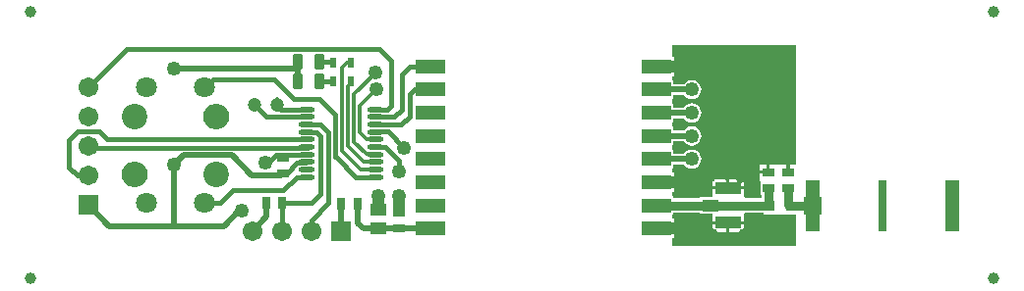
<source format=gtl>
G04*
G04 #@! TF.GenerationSoftware,Altium Limited,Altium Designer,18.1.1 (9)*
G04*
G04 Layer_Physical_Order=1*
G04 Layer_Color=255*
%FSLAX42Y42*%
%MOMM*%
G71*
G01*
G75*
%ADD32C,1.20*%
%ADD33R,0.60X0.95*%
%ADD34R,1.00X0.80*%
%ADD35R,2.20X1.05*%
%ADD36R,1.40X1.00*%
%ADD37R,0.80X1.00*%
%ADD38O,1.40X0.45*%
%ADD39R,1.20X4.50*%
%ADD40R,0.70X4.50*%
%ADD41R,1.45X1.00*%
%ADD42R,0.74X1.02*%
%ADD43R,2.50X1.20*%
G04:AMPARAMS|DCode=44|XSize=0.86mm|YSize=1.35mm|CornerRadius=0.22mm|HoleSize=0mm|Usage=FLASHONLY|Rotation=0.000|XOffset=0mm|YOffset=0mm|HoleType=Round|Shape=RoundedRectangle|*
%AMROUNDEDRECTD44*
21,1,0.86,0.91,0,0,0.0*
21,1,0.42,1.35,0,0,0.0*
1,1,0.44,0.21,-0.46*
1,1,0.44,-0.21,-0.46*
1,1,0.44,-0.21,0.46*
1,1,0.44,0.21,0.46*
%
%ADD44ROUNDEDRECTD44*%
%ADD45C,0.30*%
%ADD46C,0.25*%
%ADD47C,0.40*%
%ADD48C,0.50*%
%ADD49C,1.00*%
%ADD50C,0.80*%
%ADD51C,0.20*%
%ADD52R,1.60X1.60*%
%ADD53C,2.20*%
%ADD54O,2.25X2.20*%
%ADD55C,1.80*%
%ADD56C,1.00*%
%ADD57R,1.71X1.71*%
%ADD58C,1.71*%
%ADD59R,1.71X1.71*%
%ADD60C,1.25*%
G36*
X6070Y297D02*
X6200D01*
X6200Y297D01*
X6220D01*
Y297D01*
X6225Y297D01*
X6350D01*
X6350Y272D01*
Y33D01*
X5280D01*
Y95D01*
X5295D01*
Y265D01*
X5280D01*
Y300D01*
X5290D01*
Y319D01*
X5520D01*
Y310D01*
X5600D01*
X5625Y308D01*
X5625Y285D01*
Y243D01*
X5760D01*
X5895D01*
Y294D01*
X5895Y308D01*
X5916Y319D01*
X6070D01*
Y297D01*
D02*
G37*
G36*
X6350Y730D02*
X6293D01*
Y665D01*
X6267D01*
Y730D01*
X6210D01*
X6205Y730D01*
X6185D01*
X6180Y730D01*
X6123D01*
Y665D01*
X6110D01*
Y652D01*
X6035D01*
Y613D01*
X6035Y600D01*
X6040Y577D01*
Y470D01*
X6049D01*
Y441D01*
X5916D01*
X5895Y452D01*
X5895Y466D01*
Y517D01*
X5760D01*
X5625D01*
Y475D01*
X5625Y452D01*
X5600Y450D01*
X5520D01*
Y441D01*
X5290D01*
Y460D01*
X5280D01*
Y495D01*
X5295D01*
Y665D01*
X5280D01*
Y700D01*
X5290D01*
Y734D01*
X5381D01*
X5391Y721D01*
X5408Y708D01*
X5428Y700D01*
X5450Y697D01*
X5472Y700D01*
X5492Y708D01*
X5509Y721D01*
X5522Y738D01*
X5530Y758D01*
X5533Y780D01*
X5530Y802D01*
X5522Y822D01*
X5509Y839D01*
X5492Y852D01*
X5472Y860D01*
X5450Y863D01*
X5428Y860D01*
X5408Y852D01*
X5391Y839D01*
X5381Y826D01*
X5290D01*
Y860D01*
X5280D01*
Y900D01*
X5290D01*
Y934D01*
X5381D01*
X5391Y921D01*
X5408Y908D01*
X5428Y900D01*
X5450Y897D01*
X5472Y900D01*
X5492Y908D01*
X5509Y921D01*
X5522Y938D01*
X5530Y958D01*
X5533Y980D01*
X5530Y1002D01*
X5522Y1022D01*
X5509Y1039D01*
X5492Y1052D01*
X5472Y1060D01*
X5450Y1063D01*
X5428Y1060D01*
X5408Y1052D01*
X5391Y1039D01*
X5381Y1026D01*
X5290D01*
Y1060D01*
X5280D01*
Y1100D01*
X5290D01*
Y1134D01*
X5381D01*
X5391Y1121D01*
X5408Y1108D01*
X5428Y1100D01*
X5450Y1097D01*
X5472Y1100D01*
X5492Y1108D01*
X5509Y1121D01*
X5522Y1138D01*
X5530Y1158D01*
X5533Y1180D01*
X5530Y1202D01*
X5522Y1222D01*
X5509Y1239D01*
X5492Y1252D01*
X5472Y1260D01*
X5450Y1263D01*
X5428Y1260D01*
X5408Y1252D01*
X5391Y1239D01*
X5381Y1226D01*
X5290D01*
Y1260D01*
X5280D01*
Y1300D01*
X5290D01*
Y1334D01*
X5381D01*
X5391Y1321D01*
X5408Y1308D01*
X5428Y1300D01*
X5450Y1297D01*
X5472Y1300D01*
X5492Y1308D01*
X5509Y1321D01*
X5522Y1338D01*
X5530Y1358D01*
X5533Y1380D01*
X5530Y1402D01*
X5522Y1422D01*
X5509Y1439D01*
X5492Y1452D01*
X5472Y1460D01*
X5450Y1463D01*
X5428Y1460D01*
X5408Y1452D01*
X5391Y1439D01*
X5381Y1426D01*
X5290D01*
Y1460D01*
X5280D01*
Y1495D01*
X5295D01*
Y1665D01*
X5280D01*
Y1767D01*
X6350D01*
X6350Y730D01*
D02*
G37*
%LPC*%
G36*
X5895Y217D02*
X5773D01*
Y152D01*
X5895D01*
Y217D01*
D02*
G37*
G36*
X5747D02*
X5625D01*
Y152D01*
X5747D01*
Y217D01*
D02*
G37*
G36*
X6097Y730D02*
X6035D01*
Y678D01*
X6097D01*
Y730D01*
D02*
G37*
G36*
X5895Y608D02*
X5773D01*
Y543D01*
X5895D01*
Y608D01*
D02*
G37*
G36*
X5747D02*
X5625D01*
Y543D01*
X5747D01*
Y608D01*
D02*
G37*
%LPD*%
D32*
X1880Y1250D02*
D03*
X1680D02*
D03*
D33*
X6285Y380D02*
D03*
X6135D02*
D03*
X2510Y1450D02*
D03*
X2360D02*
D03*
Y1610D02*
D03*
X2510D02*
D03*
D34*
X6280Y665D02*
D03*
Y530D02*
D03*
X6110Y665D02*
D03*
Y530D02*
D03*
X2930Y180D02*
D03*
Y315D02*
D03*
X1930Y795D02*
D03*
Y660D02*
D03*
D35*
X5760Y230D02*
D03*
Y530D02*
D03*
D36*
X5610Y380D02*
D03*
D37*
X1783Y400D02*
D03*
X1917D02*
D03*
D38*
X2720Y625D02*
D03*
Y690D02*
D03*
Y755D02*
D03*
Y820D02*
D03*
Y885D02*
D03*
Y950D02*
D03*
Y1015D02*
D03*
Y1080D02*
D03*
Y1145D02*
D03*
Y1210D02*
D03*
X2130Y625D02*
D03*
Y690D02*
D03*
Y755D02*
D03*
Y820D02*
D03*
Y885D02*
D03*
Y950D02*
D03*
Y1015D02*
D03*
Y1080D02*
D03*
Y1145D02*
D03*
Y1210D02*
D03*
D39*
X7690Y380D02*
D03*
X6490D02*
D03*
D40*
X7090D02*
D03*
D41*
X2750Y180D02*
D03*
Y340D02*
D03*
D42*
X2426Y390D02*
D03*
X2574D02*
D03*
D43*
X5145Y180D02*
D03*
Y380D02*
D03*
Y580D02*
D03*
Y780D02*
D03*
Y980D02*
D03*
Y1180D02*
D03*
Y1380D02*
D03*
Y1580D02*
D03*
X3195Y180D02*
D03*
Y380D02*
D03*
Y580D02*
D03*
Y780D02*
D03*
Y980D02*
D03*
Y1180D02*
D03*
Y1380D02*
D03*
Y1580D02*
D03*
D44*
X2240Y1450D02*
D03*
X2053D02*
D03*
X2243Y1620D02*
D03*
X2057D02*
D03*
D45*
X2648Y952D02*
X2720D01*
X2043Y1560D02*
X2053Y1550D01*
X1930Y660D02*
X1960D01*
X1910Y640D02*
X1930Y660D01*
X1880Y1250D02*
Y1300D01*
Y1240D02*
Y1250D01*
X1250Y1400D02*
X1260D01*
X2350Y1620D02*
X2360Y1610D01*
X2540Y1340D02*
X2730Y1530D01*
X2648Y823D02*
X2720D01*
X2720Y1530D02*
X2730D01*
X2480Y1610D02*
X2505D01*
X2440Y1570D02*
X2480Y1610D01*
X2440Y850D02*
Y1570D01*
Y850D02*
X2600Y690D01*
X2490Y1410D02*
X2520Y1440D01*
X2600Y690D02*
X2720D01*
X2490Y890D02*
Y1410D01*
Y890D02*
X2625Y755D01*
X2720D01*
X2540Y930D02*
X2648Y823D01*
X2540Y930D02*
Y1340D01*
X2590Y1240D02*
X2730Y1380D01*
X2590Y1010D02*
Y1240D01*
Y1010D02*
X2648Y952D01*
X6480Y380D02*
X6490Y390D01*
X6280Y385D02*
X6285Y380D01*
X6110Y405D02*
X6135Y380D01*
X5145Y380D02*
X5145Y380D01*
D46*
X2424Y388D02*
X2424Y390D01*
Y390D01*
X5450Y780D02*
X5450Y780D01*
X5450Y1180D02*
X5450Y1180D01*
X2750Y180D02*
X2750Y180D01*
D47*
X2050Y750D02*
X2125D01*
X1960Y660D02*
X2050Y750D01*
X2812Y888D02*
X2930Y770D01*
X2745Y888D02*
X2812D01*
X2948Y1077D02*
X3020Y1150D01*
X2750Y1077D02*
X2948D01*
X2745Y1082D02*
X2750Y1077D01*
X2250Y1080D02*
X2320Y1010D01*
X2130Y1080D02*
X2250D01*
X1930Y510D02*
X2045Y625D01*
X1500Y510D02*
X1930D01*
X1390Y400D02*
X1500Y510D01*
X2240Y1300D02*
X2380Y1160D01*
Y822D02*
Y1160D01*
Y822D02*
X2380Y822D01*
Y800D02*
Y822D01*
Y800D02*
X2390Y790D01*
X2020Y1300D02*
X2240D01*
X2555Y625D02*
X2720D01*
X2390Y790D02*
X2555Y625D01*
X1850Y1470D02*
X2020Y1300D01*
X1330Y1470D02*
X1850D01*
X2320Y400D02*
Y1010D01*
X2170Y250D02*
X2320Y400D01*
X2170Y160D02*
Y250D01*
X1916Y160D02*
Y400D01*
X2250Y480D02*
Y980D01*
X2215Y1015D02*
X2250Y980D01*
X2130Y1015D02*
X2215D01*
X2170Y400D02*
X2250Y480D01*
X2860Y1240D02*
Y1630D01*
X2758Y1733D02*
X2860Y1630D01*
X586Y1733D02*
X2758D01*
X2830Y1210D02*
X2860Y1240D01*
X2720Y1210D02*
X2830D01*
X2950Y1510D02*
X3020Y1580D01*
X2950Y1210D02*
Y1510D01*
X2885Y1145D02*
X2950Y1210D01*
X3020Y1340D02*
X3060Y1380D01*
X3020Y1150D02*
Y1340D01*
X2930Y670D02*
Y770D01*
X1910Y1210D02*
X2130D01*
X1880Y1240D02*
X1910Y1210D01*
X1690Y1240D02*
X1785Y1145D01*
X2130D01*
X1260Y1400D02*
X1330Y1470D01*
X1917Y400D02*
X2170D01*
X158Y1018D02*
X342D01*
X410Y950D01*
X80Y940D02*
X158Y1018D01*
X410Y950D02*
X2130D01*
X259Y880D02*
X2140D01*
X250Y889D02*
X259Y880D01*
X2240Y1450D02*
X2360D01*
X2243Y1620D02*
X2350D01*
X2045Y625D02*
X2130D01*
X1250Y400D02*
X1390D01*
X2720Y1145D02*
X2885D01*
X3060Y1380D02*
X3195D01*
X1870Y820D02*
X2120D01*
X1780Y750D02*
X1800D01*
X1870Y820D01*
X250Y1397D02*
X586Y1733D01*
X2833Y1018D02*
X2970Y880D01*
X2745Y1018D02*
X2833D01*
X3020Y1580D02*
X3195D01*
X155Y635D02*
X250D01*
X80Y710D02*
X155Y635D01*
X80Y710D02*
Y940D01*
D48*
X2053Y1450D02*
Y1550D01*
X1660Y640D02*
X1910D01*
X1485Y815D02*
X1660Y640D01*
X1075Y815D02*
X1485D01*
X990Y730D02*
X1075Y815D01*
X1550Y330D02*
X1570D01*
X1420Y200D02*
X1550Y330D01*
X990Y1560D02*
X2043D01*
X990Y200D02*
Y730D01*
Y200D02*
X1420D01*
X431D02*
X990D01*
X2574Y227D02*
Y390D01*
Y227D02*
X2620Y180D01*
X250Y381D02*
X431Y200D01*
X1783Y281D02*
Y400D01*
X1662Y160D02*
X1783Y281D01*
X5145Y780D02*
X5450D01*
X5145Y980D02*
X5450D01*
X5145Y1180D02*
X5450D01*
X5145Y1380D02*
X5450D01*
X2750Y180D02*
X3195D01*
X2620Y180D02*
X2750D01*
X2424Y160D02*
Y388D01*
D49*
X5145Y580D02*
X5400D01*
X5340Y180D02*
X5390Y230D01*
X5380D02*
X5390D01*
X5145Y180D02*
X5340D01*
X5145Y1580D02*
X5450D01*
X2930Y350D02*
Y460D01*
X2750Y360D02*
Y460D01*
D50*
X6285Y380D02*
X6480D01*
X6280Y385D02*
Y530D01*
X6110Y405D02*
Y530D01*
X5610Y380D02*
X6110D01*
X5145D02*
X5610D01*
D51*
X5450Y1580D02*
X5450Y1580D01*
D52*
X6490Y380D02*
D03*
D53*
X650Y1150D02*
D03*
X1350Y650D02*
D03*
D54*
X1350Y1150D02*
D03*
X650Y650D02*
D03*
D55*
X750Y1400D02*
D03*
X1250D02*
D03*
Y400D02*
D03*
X750D02*
D03*
D56*
X8050Y-250D02*
D03*
X-250Y2050D02*
D03*
X8050D02*
D03*
X-250Y-250D02*
D03*
X5390Y630D02*
D03*
X5870Y620D02*
D03*
X5900Y130D02*
D03*
X5630D02*
D03*
X5610Y630D02*
D03*
X5750Y650D02*
D03*
X5760Y100D02*
D03*
X5530Y230D02*
D03*
X5520Y530D02*
D03*
X6270Y250D02*
D03*
X6120D02*
D03*
X5970D02*
D03*
Y790D02*
D03*
Y660D02*
D03*
Y530D02*
D03*
X6130Y790D02*
D03*
X6280D02*
D03*
X5390Y230D02*
D03*
X5470Y110D02*
D03*
D57*
X2424Y160D02*
D03*
D58*
X2170D02*
D03*
X1916D02*
D03*
X1662D02*
D03*
X250Y635D02*
D03*
Y889D02*
D03*
Y1143D02*
D03*
Y1397D02*
D03*
D59*
Y381D02*
D03*
D60*
X1570Y330D02*
D03*
X990Y1560D02*
D03*
Y730D02*
D03*
X2720Y1530D02*
D03*
X1780Y750D02*
D03*
X2970Y880D02*
D03*
X2930Y670D02*
D03*
X2730Y1380D02*
D03*
X5640Y1580D02*
D03*
X5450Y1580D02*
D03*
X2930Y460D02*
D03*
X2750D02*
D03*
X5450Y780D02*
D03*
Y980D02*
D03*
Y1180D02*
D03*
Y1380D02*
D03*
M02*

</source>
